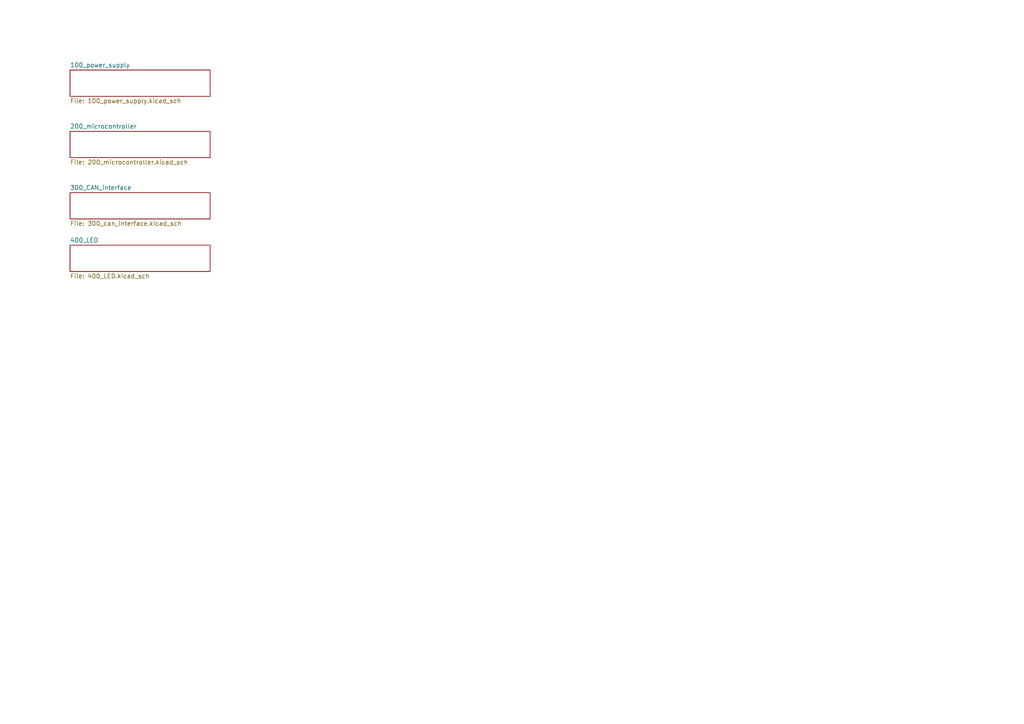
<source format=kicad_sch>
(kicad_sch
	(version 20250114)
	(generator "eeschema")
	(generator_version "9.0")
	(uuid "d6514493-20fb-4b70-af05-516aae25dc08")
	(paper "A4")
	(lib_symbols)
	(sheet
		(at 20.32 38.1)
		(size 40.64 7.62)
		(exclude_from_sim no)
		(in_bom yes)
		(on_board yes)
		(dnp no)
		(fields_autoplaced yes)
		(stroke
			(width 0.1524)
			(type solid)
		)
		(fill
			(color 0 0 0 0.0000)
		)
		(uuid "6aafd4e1-b6ba-4752-950a-4feb1d2a69c2")
		(property "Sheetname" "200_microcontroller"
			(at 20.32 37.3884 0)
			(effects
				(font
					(size 1.27 1.27)
				)
				(justify left bottom)
			)
		)
		(property "Sheetfile" "200_microcontroller.kicad_sch"
			(at 20.32 46.3046 0)
			(effects
				(font
					(size 1.27 1.27)
				)
				(justify left top)
			)
		)
		(instances
			(project "dash2000_season_1_2_speedometer"
				(path "/d6514493-20fb-4b70-af05-516aae25dc08"
					(page "3")
				)
			)
		)
	)
	(sheet
		(at 20.32 71.12)
		(size 40.64 7.62)
		(exclude_from_sim no)
		(in_bom yes)
		(on_board yes)
		(dnp no)
		(fields_autoplaced yes)
		(stroke
			(width 0.1524)
			(type solid)
		)
		(fill
			(color 0 0 0 0.0000)
		)
		(uuid "8e5123f8-8b90-489c-897a-741a8342f5cc")
		(property "Sheetname" "400_LED"
			(at 20.32 70.4084 0)
			(effects
				(font
					(size 1.27 1.27)
				)
				(justify left bottom)
			)
		)
		(property "Sheetfile" "400_LED.kicad_sch"
			(at 20.32 79.3246 0)
			(effects
				(font
					(size 1.27 1.27)
				)
				(justify left top)
			)
		)
		(instances
			(project "dash2000_season_1_2_speedometer"
				(path "/d6514493-20fb-4b70-af05-516aae25dc08"
					(page "5")
				)
			)
		)
	)
	(sheet
		(at 20.32 55.88)
		(size 40.64 7.62)
		(exclude_from_sim no)
		(in_bom yes)
		(on_board yes)
		(dnp no)
		(fields_autoplaced yes)
		(stroke
			(width 0.1524)
			(type solid)
		)
		(fill
			(color 0 0 0 0.0000)
		)
		(uuid "b557d8f1-7216-4102-9fc2-5416cdfe0cd7")
		(property "Sheetname" "300_CAN_interface"
			(at 20.32 55.1684 0)
			(effects
				(font
					(size 1.27 1.27)
				)
				(justify left bottom)
			)
		)
		(property "Sheetfile" "300_can_interface.kicad_sch"
			(at 20.32 64.0846 0)
			(effects
				(font
					(size 1.27 1.27)
				)
				(justify left top)
			)
		)
		(instances
			(project "dash2000_season_1_2_speedometer"
				(path "/d6514493-20fb-4b70-af05-516aae25dc08"
					(page "4")
				)
			)
		)
	)
	(sheet
		(at 20.32 20.32)
		(size 40.64 7.62)
		(exclude_from_sim no)
		(in_bom yes)
		(on_board yes)
		(dnp no)
		(fields_autoplaced yes)
		(stroke
			(width 0.1524)
			(type solid)
		)
		(fill
			(color 0 0 0 0.0000)
		)
		(uuid "efd95adf-6409-437f-bd95-303104a0a2a5")
		(property "Sheetname" "100_power_supply"
			(at 20.32 19.6084 0)
			(effects
				(font
					(size 1.27 1.27)
				)
				(justify left bottom)
			)
		)
		(property "Sheetfile" "100_power_supply.kicad_sch"
			(at 20.32 28.5246 0)
			(effects
				(font
					(size 1.27 1.27)
				)
				(justify left top)
			)
		)
		(instances
			(project "dash2000_season_1_2_speedometer"
				(path "/d6514493-20fb-4b70-af05-516aae25dc08"
					(page "2")
				)
			)
		)
	)
	(sheet_instances
		(path "/"
			(page "1")
		)
	)
	(embedded_fonts no)
)

</source>
